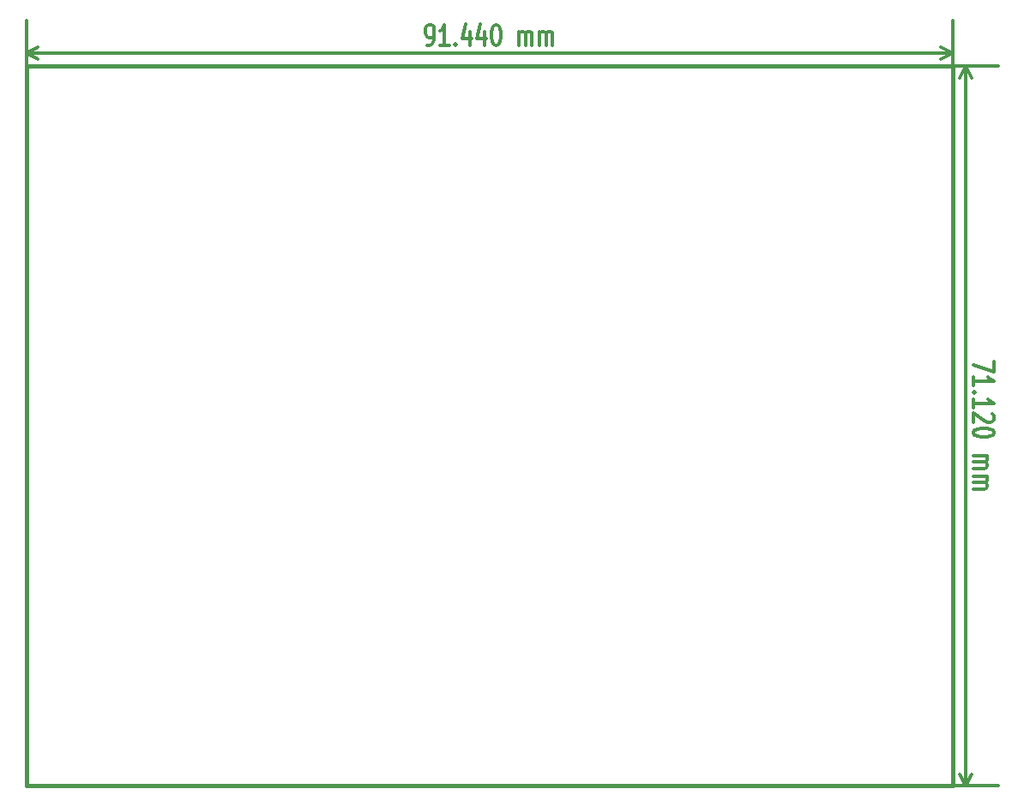
<source format=gbr>
G04 (created by PCBNEW-RS274X (2012-01-19 BZR 3256)-stable) date 03/08/2012 17:17:42*
G01*
G70*
G90*
%MOIN*%
G04 Gerber Fmt 3.4, Leading zero omitted, Abs format*
%FSLAX34Y34*%
G04 APERTURE LIST*
%ADD10C,0.006000*%
%ADD11C,0.012000*%
%ADD12C,0.015000*%
G04 APERTURE END LIST*
G54D10*
G54D11*
X76072Y-31685D02*
X76187Y-31685D01*
X76244Y-31647D01*
X76272Y-31609D01*
X76330Y-31494D01*
X76358Y-31342D01*
X76358Y-31037D01*
X76330Y-30961D01*
X76301Y-30923D01*
X76244Y-30885D01*
X76130Y-30885D01*
X76072Y-30923D01*
X76044Y-30961D01*
X76015Y-31037D01*
X76015Y-31228D01*
X76044Y-31304D01*
X76072Y-31342D01*
X76130Y-31380D01*
X76244Y-31380D01*
X76301Y-31342D01*
X76330Y-31304D01*
X76358Y-31228D01*
X76929Y-31685D02*
X76586Y-31685D01*
X76758Y-31685D02*
X76758Y-30885D01*
X76701Y-30999D01*
X76643Y-31075D01*
X76586Y-31113D01*
X77186Y-31609D02*
X77214Y-31647D01*
X77186Y-31685D01*
X77157Y-31647D01*
X77186Y-31609D01*
X77186Y-31685D01*
X77729Y-31151D02*
X77729Y-31685D01*
X77586Y-30847D02*
X77443Y-31418D01*
X77815Y-31418D01*
X78300Y-31151D02*
X78300Y-31685D01*
X78157Y-30847D02*
X78014Y-31418D01*
X78386Y-31418D01*
X78728Y-30885D02*
X78785Y-30885D01*
X78842Y-30923D01*
X78871Y-30961D01*
X78900Y-31037D01*
X78928Y-31190D01*
X78928Y-31380D01*
X78900Y-31532D01*
X78871Y-31609D01*
X78842Y-31647D01*
X78785Y-31685D01*
X78728Y-31685D01*
X78671Y-31647D01*
X78642Y-31609D01*
X78614Y-31532D01*
X78585Y-31380D01*
X78585Y-31190D01*
X78614Y-31037D01*
X78642Y-30961D01*
X78671Y-30923D01*
X78728Y-30885D01*
X79642Y-31685D02*
X79642Y-31151D01*
X79642Y-31228D02*
X79670Y-31190D01*
X79728Y-31151D01*
X79813Y-31151D01*
X79870Y-31190D01*
X79899Y-31266D01*
X79899Y-31685D01*
X79899Y-31266D02*
X79928Y-31190D01*
X79985Y-31151D01*
X80070Y-31151D01*
X80128Y-31190D01*
X80156Y-31266D01*
X80156Y-31685D01*
X80442Y-31685D02*
X80442Y-31151D01*
X80442Y-31228D02*
X80470Y-31190D01*
X80528Y-31151D01*
X80613Y-31151D01*
X80670Y-31190D01*
X80699Y-31266D01*
X80699Y-31685D01*
X80699Y-31266D02*
X80728Y-31190D01*
X80785Y-31151D01*
X80870Y-31151D01*
X80928Y-31190D01*
X80956Y-31266D01*
X80956Y-31685D01*
X60500Y-32001D02*
X96500Y-32001D01*
X60500Y-32500D02*
X60500Y-30721D01*
X96500Y-32500D02*
X96500Y-30721D01*
X96500Y-32001D02*
X96057Y-32231D01*
X96500Y-32001D02*
X96057Y-31771D01*
X60500Y-32001D02*
X60943Y-32231D01*
X60500Y-32001D02*
X60943Y-31771D01*
G54D12*
X96500Y-32500D02*
X60500Y-32500D01*
X60500Y-60500D02*
X96500Y-60500D01*
G54D11*
X98115Y-43987D02*
X98115Y-44387D01*
X97315Y-44130D01*
X97315Y-44929D02*
X97315Y-44586D01*
X97315Y-44758D02*
X98115Y-44758D01*
X98001Y-44701D01*
X97925Y-44643D01*
X97887Y-44586D01*
X97391Y-45186D02*
X97353Y-45214D01*
X97315Y-45186D01*
X97353Y-45157D01*
X97391Y-45186D01*
X97315Y-45186D01*
X97315Y-45786D02*
X97315Y-45443D01*
X97315Y-45615D02*
X98115Y-45615D01*
X98001Y-45558D01*
X97925Y-45500D01*
X97887Y-45443D01*
X98039Y-46014D02*
X98077Y-46043D01*
X98115Y-46100D01*
X98115Y-46243D01*
X98077Y-46300D01*
X98039Y-46329D01*
X97963Y-46357D01*
X97887Y-46357D01*
X97772Y-46329D01*
X97315Y-45986D01*
X97315Y-46357D01*
X98115Y-46728D02*
X98115Y-46785D01*
X98077Y-46842D01*
X98039Y-46871D01*
X97963Y-46900D01*
X97810Y-46928D01*
X97620Y-46928D01*
X97468Y-46900D01*
X97391Y-46871D01*
X97353Y-46842D01*
X97315Y-46785D01*
X97315Y-46728D01*
X97353Y-46671D01*
X97391Y-46642D01*
X97468Y-46614D01*
X97620Y-46585D01*
X97810Y-46585D01*
X97963Y-46614D01*
X98039Y-46642D01*
X98077Y-46671D01*
X98115Y-46728D01*
X97315Y-47642D02*
X97849Y-47642D01*
X97772Y-47642D02*
X97810Y-47670D01*
X97849Y-47728D01*
X97849Y-47813D01*
X97810Y-47870D01*
X97734Y-47899D01*
X97315Y-47899D01*
X97734Y-47899D02*
X97810Y-47928D01*
X97849Y-47985D01*
X97849Y-48070D01*
X97810Y-48128D01*
X97734Y-48156D01*
X97315Y-48156D01*
X97315Y-48442D02*
X97849Y-48442D01*
X97772Y-48442D02*
X97810Y-48470D01*
X97849Y-48528D01*
X97849Y-48613D01*
X97810Y-48670D01*
X97734Y-48699D01*
X97315Y-48699D01*
X97734Y-48699D02*
X97810Y-48728D01*
X97849Y-48785D01*
X97849Y-48870D01*
X97810Y-48928D01*
X97734Y-48956D01*
X97315Y-48956D01*
X96999Y-32500D02*
X96999Y-60500D01*
X96500Y-32500D02*
X98279Y-32500D01*
X96500Y-60500D02*
X98279Y-60500D01*
X96999Y-60500D02*
X96769Y-60057D01*
X96999Y-60500D02*
X97229Y-60057D01*
X96999Y-32500D02*
X96769Y-32943D01*
X96999Y-32500D02*
X97229Y-32943D01*
G54D12*
X60500Y-32500D02*
X60500Y-60500D01*
X96500Y-60500D02*
X96500Y-32500D01*
M02*

</source>
